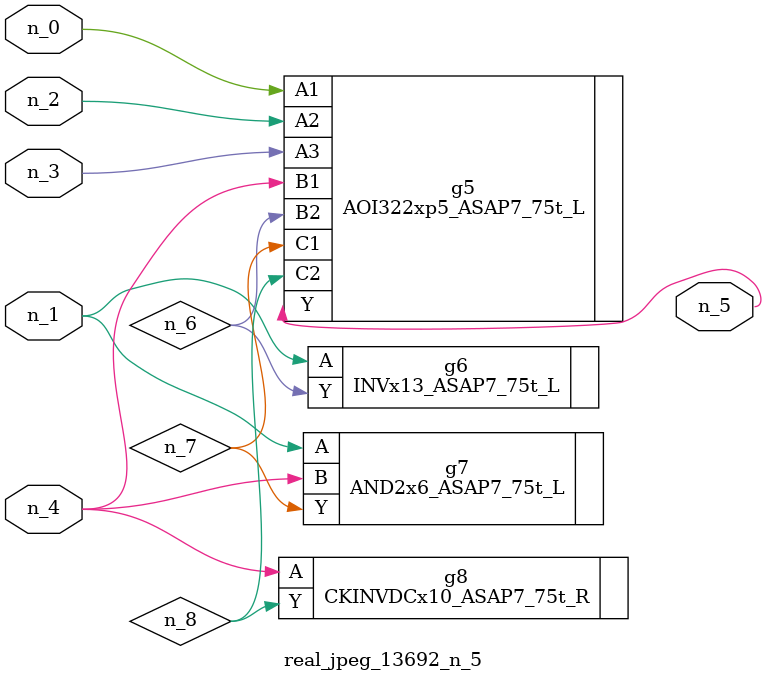
<source format=v>
module real_jpeg_13692_n_5 (n_4, n_0, n_1, n_2, n_3, n_5);

input n_4;
input n_0;
input n_1;
input n_2;
input n_3;

output n_5;

wire n_8;
wire n_6;
wire n_7;

AOI322xp5_ASAP7_75t_L g5 ( 
.A1(n_0),
.A2(n_2),
.A3(n_3),
.B1(n_4),
.B2(n_6),
.C1(n_7),
.C2(n_8),
.Y(n_5)
);

INVx13_ASAP7_75t_L g6 ( 
.A(n_1),
.Y(n_6)
);

AND2x6_ASAP7_75t_L g7 ( 
.A(n_1),
.B(n_4),
.Y(n_7)
);

CKINVDCx10_ASAP7_75t_R g8 ( 
.A(n_4),
.Y(n_8)
);


endmodule
</source>
